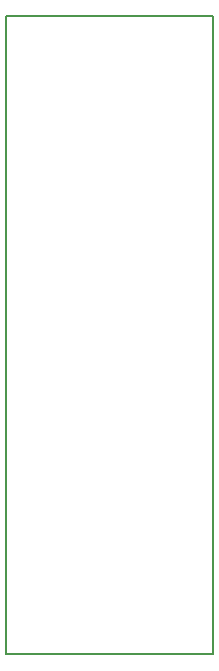
<source format=gm1>
G04 #@! TF.FileFunction,Profile,NP*
%FSLAX46Y46*%
G04 Gerber Fmt 4.6, Leading zero omitted, Abs format (unit mm)*
G04 Created by KiCad (PCBNEW 4.0.7-e2-6376~58~ubuntu16.04.1) date Tue Aug 20 20:43:04 2024*
%MOMM*%
%LPD*%
G01*
G04 APERTURE LIST*
%ADD10C,0.100000*%
%ADD11C,0.150000*%
G04 APERTURE END LIST*
D10*
D11*
X147200000Y-103390000D02*
X147200000Y-157390000D01*
X164700000Y-103390000D02*
X147200000Y-103390000D01*
X164700000Y-157350000D02*
X164700000Y-103390000D01*
X147200000Y-157390000D02*
X164700000Y-157350000D01*
M02*

</source>
